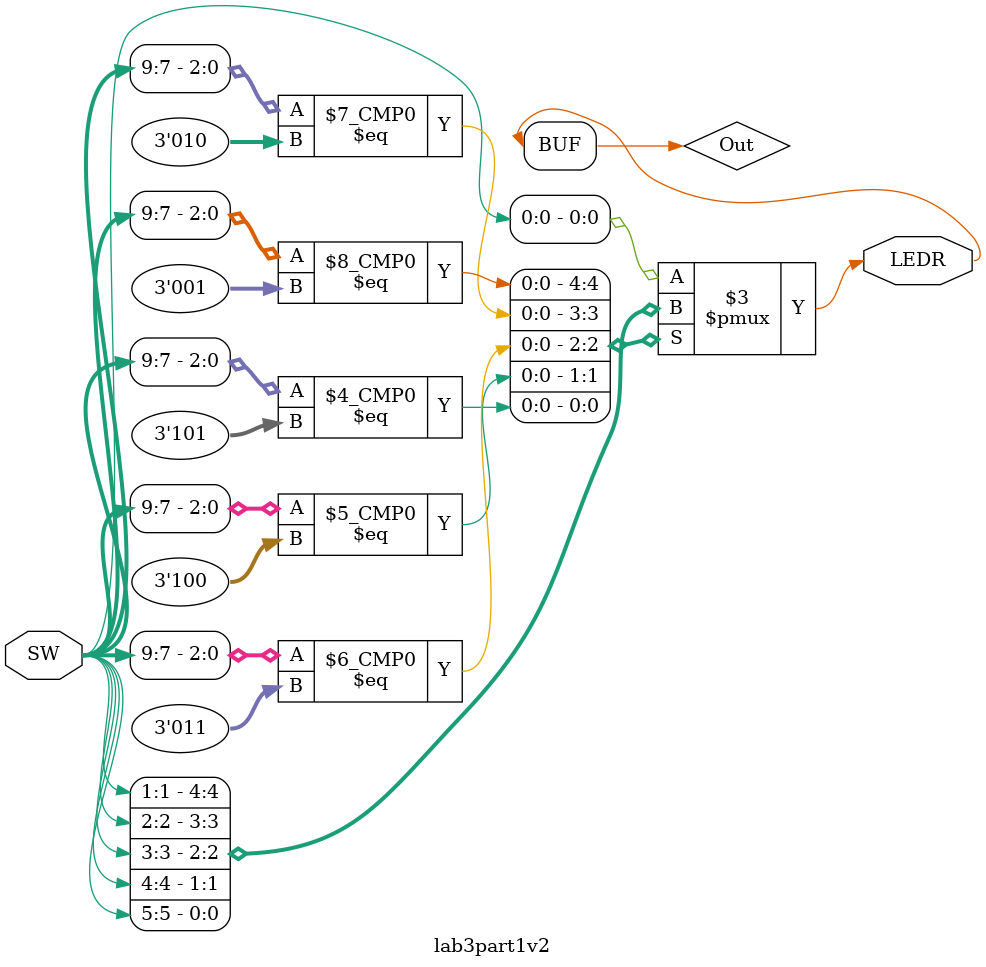
<source format=v>

module lab3part1v2(input [9:0]SW, output [0:0]LEDR);
	reg Out;
	always @(*) // declare always block
	begin // declare the output signal for the always block
		case (SW[9:7])
			3'b000: Out = SW[0];
			3'b001: Out = SW[1];
			3'b010: Out = SW[2];
			3'b011: Out = SW[3]; 
			3'b100: Out = SW[4];
			3'b101: Out = SW[5];	
			default: Out = SW[0];
		endcase
	end
	assign LEDR[0] = Out;
endmodule


</source>
